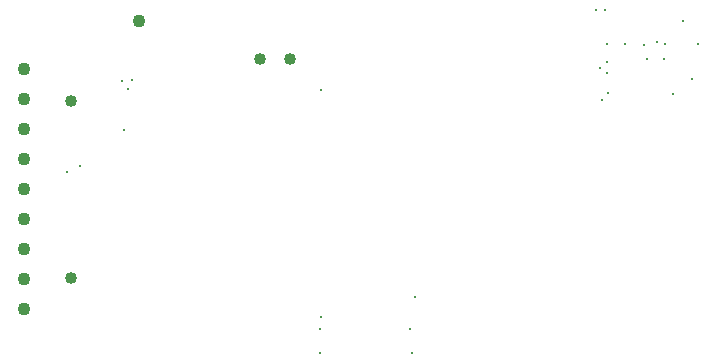
<source format=gbr>
%TF.GenerationSoftware,Altium Limited,Altium Designer,23.4.1 (23)*%
G04 Layer_Color=0*
%FSLAX45Y45*%
%MOMM*%
%TF.SameCoordinates,38C36DA3-20F4-41F3-B595-29ED6E075D57*%
%TF.FilePolarity,Positive*%
%TF.FileFunction,Plated,1,2,PTH,Drill*%
%TF.Part,Single*%
G01*
G75*
%TA.AperFunction,OtherDrill,Pad Free-5 (33.776mm,56.45mm)*%
%ADD57C,1.10000*%
%TA.AperFunction,ComponentDrill*%
%ADD58C,1.10000*%
%ADD59C,1.01600*%
%ADD60C,1.02000*%
%TA.AperFunction,ViaDrill,NotFilled*%
%ADD61C,0.30000*%
D57*
X3377614Y5645007D02*
D03*
D58*
X2400000Y5241000D02*
D03*
Y4987000D02*
D03*
Y4733000D02*
D03*
Y4225000D02*
D03*
Y3717000D02*
D03*
Y3209000D02*
D03*
Y3463000D02*
D03*
Y3971000D02*
D03*
Y4479000D02*
D03*
D59*
X2805000Y3467500D02*
D03*
Y4966100D02*
D03*
D60*
X4398000Y5325000D02*
D03*
X4652000D02*
D03*
D61*
X3250009Y4728421D02*
D03*
X7682500Y5325000D02*
D03*
X7282313Y5247675D02*
D03*
X7337500Y5303100D02*
D03*
X7900000Y5025000D02*
D03*
X4920000Y5060000D02*
D03*
X5710000Y3310000D02*
D03*
X5670000Y3040000D02*
D03*
X8107300Y5452500D02*
D03*
X2769050Y4370950D02*
D03*
X2880000Y4420000D02*
D03*
X7342500Y5205000D02*
D03*
X7250000Y5740000D02*
D03*
X7322693Y5740950D02*
D03*
X7980000Y5650000D02*
D03*
X4920000Y3140000D02*
D03*
X4910000Y3040000D02*
D03*
X5690000Y2840000D02*
D03*
X4910000D02*
D03*
X7340000Y5450000D02*
D03*
X7495000Y5455000D02*
D03*
X3315000Y5150000D02*
D03*
X3285000Y5075000D02*
D03*
X3237500Y5142500D02*
D03*
X7297500Y4980000D02*
D03*
X7344041Y5035849D02*
D03*
X8062500Y5160000D02*
D03*
X7649643Y5446424D02*
D03*
X7825000Y5327300D02*
D03*
X7835048Y5450542D02*
D03*
X7765000Y5470000D02*
D03*
%TF.MD5,fb01493713beebd484471b2d9df899e0*%
M02*

</source>
